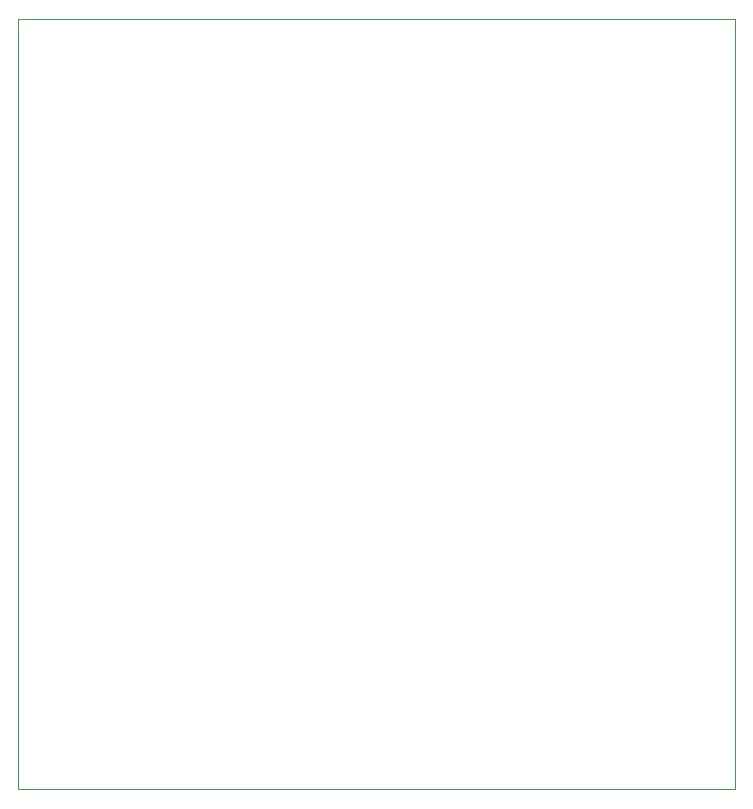
<source format=gbr>
%TF.GenerationSoftware,KiCad,Pcbnew,9.0.2*%
%TF.CreationDate,2025-07-03T17:25:43-07:00*%
%TF.ProjectId,new_proj,6e65775f-7072-46f6-9a2e-6b696361645f,rev?*%
%TF.SameCoordinates,Original*%
%TF.FileFunction,Profile,NP*%
%FSLAX46Y46*%
G04 Gerber Fmt 4.6, Leading zero omitted, Abs format (unit mm)*
G04 Created by KiCad (PCBNEW 9.0.2) date 2025-07-03 17:25:43*
%MOMM*%
%LPD*%
G01*
G04 APERTURE LIST*
%TA.AperFunction,Profile*%
%ADD10C,0.050000*%
%TD*%
G04 APERTURE END LIST*
D10*
X44500000Y-29800000D02*
X105200000Y-29800000D01*
X105200000Y-95000000D01*
X44500000Y-95000000D01*
X44500000Y-29800000D01*
M02*

</source>
